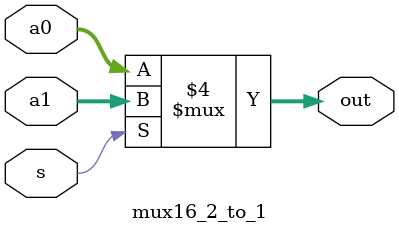
<source format=v>
`timescale 1ns / 1ps
module mux16_2_to_1(input s,input [15:0] a0,input [15:0] a1,output reg[15:0] out);
   always @(*)
	begin
		if(s==0)
			begin
			out=a0;
			end
		else
			begin
			out=a1;
			end
	end	
endmodule

</source>
